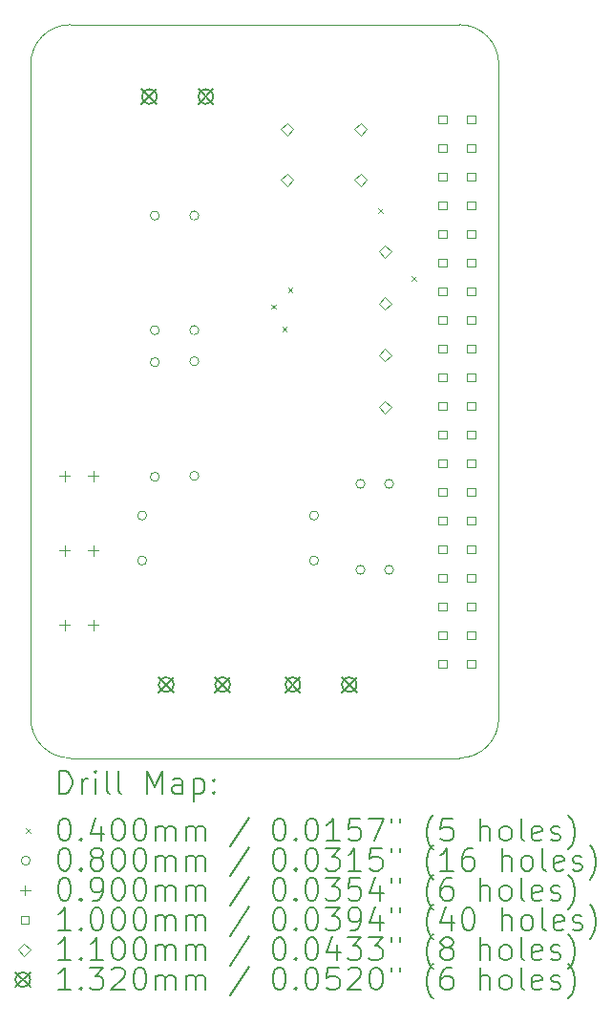
<source format=gbr>
%TF.GenerationSoftware,KiCad,Pcbnew,(6.0.7-1)-1*%
%TF.CreationDate,2022-10-15T14:16:28+02:00*%
%TF.ProjectId,PicoWeather,5069636f-5765-4617-9468-65722e6b6963,rev?*%
%TF.SameCoordinates,Original*%
%TF.FileFunction,Drillmap*%
%TF.FilePolarity,Positive*%
%FSLAX45Y45*%
G04 Gerber Fmt 4.5, Leading zero omitted, Abs format (unit mm)*
G04 Created by KiCad (PCBNEW (6.0.7-1)-1) date 2022-10-15 14:16:28*
%MOMM*%
%LPD*%
G01*
G04 APERTURE LIST*
%ADD10C,0.100000*%
%ADD11C,0.200000*%
%ADD12C,0.040000*%
%ADD13C,0.080000*%
%ADD14C,0.090000*%
%ADD15C,0.110000*%
%ADD16C,0.132000*%
G04 APERTURE END LIST*
D10*
X9650000Y-11500000D02*
G75*
G03*
X10000000Y-11150000I0J350000D01*
G01*
X10000000Y-5350000D02*
X10000000Y-11150000D01*
X5850000Y-11150000D02*
G75*
G03*
X6200000Y-11500000I350000J0D01*
G01*
X6200000Y-5000000D02*
G75*
G03*
X5850000Y-5350000I0J-350000D01*
G01*
X5850000Y-11150000D02*
X5850000Y-5350000D01*
X6200000Y-11500000D02*
X9650000Y-11500000D01*
X6200000Y-5000000D02*
X9650000Y-5000000D01*
X10000000Y-5350000D02*
G75*
G03*
X9650000Y-5000000I-350000J0D01*
G01*
D11*
D12*
X7980000Y-7480000D02*
X8020000Y-7520000D01*
X8020000Y-7480000D02*
X7980000Y-7520000D01*
X8080000Y-7680000D02*
X8120000Y-7720000D01*
X8120000Y-7680000D02*
X8080000Y-7720000D01*
X8130000Y-7330000D02*
X8170000Y-7370000D01*
X8170000Y-7330000D02*
X8130000Y-7370000D01*
X8930000Y-6630000D02*
X8970000Y-6670000D01*
X8970000Y-6630000D02*
X8930000Y-6670000D01*
X9230000Y-7230000D02*
X9270000Y-7270000D01*
X9270000Y-7230000D02*
X9230000Y-7270000D01*
D13*
X6878000Y-9350000D02*
G75*
G03*
X6878000Y-9350000I-40000J0D01*
G01*
X6878000Y-9750000D02*
G75*
G03*
X6878000Y-9750000I-40000J0D01*
G01*
X6990000Y-6692000D02*
G75*
G03*
X6990000Y-6692000I-40000J0D01*
G01*
X6990000Y-7708000D02*
G75*
G03*
X6990000Y-7708000I-40000J0D01*
G01*
X6990000Y-7992000D02*
G75*
G03*
X6990000Y-7992000I-40000J0D01*
G01*
X6990000Y-9008000D02*
G75*
G03*
X6990000Y-9008000I-40000J0D01*
G01*
X7340000Y-6692000D02*
G75*
G03*
X7340000Y-6692000I-40000J0D01*
G01*
X7340000Y-7708000D02*
G75*
G03*
X7340000Y-7708000I-40000J0D01*
G01*
X7340000Y-7984000D02*
G75*
G03*
X7340000Y-7984000I-40000J0D01*
G01*
X7340000Y-9000000D02*
G75*
G03*
X7340000Y-9000000I-40000J0D01*
G01*
X8402000Y-9350000D02*
G75*
G03*
X8402000Y-9350000I-40000J0D01*
G01*
X8402000Y-9750000D02*
G75*
G03*
X8402000Y-9750000I-40000J0D01*
G01*
X8813500Y-9070000D02*
G75*
G03*
X8813500Y-9070000I-40000J0D01*
G01*
X8813500Y-9832000D02*
G75*
G03*
X8813500Y-9832000I-40000J0D01*
G01*
X9067500Y-9070000D02*
G75*
G03*
X9067500Y-9070000I-40000J0D01*
G01*
X9067500Y-9832000D02*
G75*
G03*
X9067500Y-9832000I-40000J0D01*
G01*
D14*
X6150000Y-8955000D02*
X6150000Y-9045000D01*
X6105000Y-9000000D02*
X6195000Y-9000000D01*
X6150000Y-9615400D02*
X6150000Y-9705400D01*
X6105000Y-9660400D02*
X6195000Y-9660400D01*
X6150000Y-10275800D02*
X6150000Y-10365800D01*
X6105000Y-10320800D02*
X6195000Y-10320800D01*
X6404000Y-8955000D02*
X6404000Y-9045000D01*
X6359000Y-9000000D02*
X6449000Y-9000000D01*
X6404000Y-9615400D02*
X6404000Y-9705400D01*
X6359000Y-9660400D02*
X6449000Y-9660400D01*
X6404000Y-10275800D02*
X6404000Y-10365800D01*
X6359000Y-10320800D02*
X6449000Y-10320800D01*
D10*
X9535356Y-5874356D02*
X9535356Y-5803644D01*
X9464644Y-5803644D01*
X9464644Y-5874356D01*
X9535356Y-5874356D01*
X9535356Y-6128356D02*
X9535356Y-6057644D01*
X9464644Y-6057644D01*
X9464644Y-6128356D01*
X9535356Y-6128356D01*
X9535356Y-6382356D02*
X9535356Y-6311644D01*
X9464644Y-6311644D01*
X9464644Y-6382356D01*
X9535356Y-6382356D01*
X9535356Y-6636356D02*
X9535356Y-6565644D01*
X9464644Y-6565644D01*
X9464644Y-6636356D01*
X9535356Y-6636356D01*
X9535356Y-6890356D02*
X9535356Y-6819644D01*
X9464644Y-6819644D01*
X9464644Y-6890356D01*
X9535356Y-6890356D01*
X9535356Y-7144356D02*
X9535356Y-7073644D01*
X9464644Y-7073644D01*
X9464644Y-7144356D01*
X9535356Y-7144356D01*
X9535356Y-7398356D02*
X9535356Y-7327644D01*
X9464644Y-7327644D01*
X9464644Y-7398356D01*
X9535356Y-7398356D01*
X9535356Y-7652356D02*
X9535356Y-7581644D01*
X9464644Y-7581644D01*
X9464644Y-7652356D01*
X9535356Y-7652356D01*
X9535356Y-7906356D02*
X9535356Y-7835644D01*
X9464644Y-7835644D01*
X9464644Y-7906356D01*
X9535356Y-7906356D01*
X9535356Y-8160356D02*
X9535356Y-8089644D01*
X9464644Y-8089644D01*
X9464644Y-8160356D01*
X9535356Y-8160356D01*
X9535356Y-8414356D02*
X9535356Y-8343644D01*
X9464644Y-8343644D01*
X9464644Y-8414356D01*
X9535356Y-8414356D01*
X9535356Y-8668356D02*
X9535356Y-8597644D01*
X9464644Y-8597644D01*
X9464644Y-8668356D01*
X9535356Y-8668356D01*
X9535356Y-8922356D02*
X9535356Y-8851644D01*
X9464644Y-8851644D01*
X9464644Y-8922356D01*
X9535356Y-8922356D01*
X9535356Y-9176356D02*
X9535356Y-9105644D01*
X9464644Y-9105644D01*
X9464644Y-9176356D01*
X9535356Y-9176356D01*
X9535356Y-9430356D02*
X9535356Y-9359644D01*
X9464644Y-9359644D01*
X9464644Y-9430356D01*
X9535356Y-9430356D01*
X9535356Y-9684356D02*
X9535356Y-9613644D01*
X9464644Y-9613644D01*
X9464644Y-9684356D01*
X9535356Y-9684356D01*
X9535356Y-9938356D02*
X9535356Y-9867644D01*
X9464644Y-9867644D01*
X9464644Y-9938356D01*
X9535356Y-9938356D01*
X9535356Y-10192356D02*
X9535356Y-10121644D01*
X9464644Y-10121644D01*
X9464644Y-10192356D01*
X9535356Y-10192356D01*
X9535356Y-10446356D02*
X9535356Y-10375644D01*
X9464644Y-10375644D01*
X9464644Y-10446356D01*
X9535356Y-10446356D01*
X9535356Y-10700356D02*
X9535356Y-10629644D01*
X9464644Y-10629644D01*
X9464644Y-10700356D01*
X9535356Y-10700356D01*
X9789356Y-5874356D02*
X9789356Y-5803644D01*
X9718644Y-5803644D01*
X9718644Y-5874356D01*
X9789356Y-5874356D01*
X9789356Y-6128356D02*
X9789356Y-6057644D01*
X9718644Y-6057644D01*
X9718644Y-6128356D01*
X9789356Y-6128356D01*
X9789356Y-6382356D02*
X9789356Y-6311644D01*
X9718644Y-6311644D01*
X9718644Y-6382356D01*
X9789356Y-6382356D01*
X9789356Y-6636356D02*
X9789356Y-6565644D01*
X9718644Y-6565644D01*
X9718644Y-6636356D01*
X9789356Y-6636356D01*
X9789356Y-6890356D02*
X9789356Y-6819644D01*
X9718644Y-6819644D01*
X9718644Y-6890356D01*
X9789356Y-6890356D01*
X9789356Y-7144356D02*
X9789356Y-7073644D01*
X9718644Y-7073644D01*
X9718644Y-7144356D01*
X9789356Y-7144356D01*
X9789356Y-7398356D02*
X9789356Y-7327644D01*
X9718644Y-7327644D01*
X9718644Y-7398356D01*
X9789356Y-7398356D01*
X9789356Y-7652356D02*
X9789356Y-7581644D01*
X9718644Y-7581644D01*
X9718644Y-7652356D01*
X9789356Y-7652356D01*
X9789356Y-7906356D02*
X9789356Y-7835644D01*
X9718644Y-7835644D01*
X9718644Y-7906356D01*
X9789356Y-7906356D01*
X9789356Y-8160356D02*
X9789356Y-8089644D01*
X9718644Y-8089644D01*
X9718644Y-8160356D01*
X9789356Y-8160356D01*
X9789356Y-8414356D02*
X9789356Y-8343644D01*
X9718644Y-8343644D01*
X9718644Y-8414356D01*
X9789356Y-8414356D01*
X9789356Y-8668356D02*
X9789356Y-8597644D01*
X9718644Y-8597644D01*
X9718644Y-8668356D01*
X9789356Y-8668356D01*
X9789356Y-8922356D02*
X9789356Y-8851644D01*
X9718644Y-8851644D01*
X9718644Y-8922356D01*
X9789356Y-8922356D01*
X9789356Y-9176356D02*
X9789356Y-9105644D01*
X9718644Y-9105644D01*
X9718644Y-9176356D01*
X9789356Y-9176356D01*
X9789356Y-9430356D02*
X9789356Y-9359644D01*
X9718644Y-9359644D01*
X9718644Y-9430356D01*
X9789356Y-9430356D01*
X9789356Y-9684356D02*
X9789356Y-9613644D01*
X9718644Y-9613644D01*
X9718644Y-9684356D01*
X9789356Y-9684356D01*
X9789356Y-9938356D02*
X9789356Y-9867644D01*
X9718644Y-9867644D01*
X9718644Y-9938356D01*
X9789356Y-9938356D01*
X9789356Y-10192356D02*
X9789356Y-10121644D01*
X9718644Y-10121644D01*
X9718644Y-10192356D01*
X9789356Y-10192356D01*
X9789356Y-10446356D02*
X9789356Y-10375644D01*
X9718644Y-10375644D01*
X9718644Y-10446356D01*
X9789356Y-10446356D01*
X9789356Y-10700356D02*
X9789356Y-10629644D01*
X9718644Y-10629644D01*
X9718644Y-10700356D01*
X9789356Y-10700356D01*
D15*
X8125000Y-5980000D02*
X8180000Y-5925000D01*
X8125000Y-5870000D01*
X8070000Y-5925000D01*
X8125000Y-5980000D01*
X8125000Y-6430000D02*
X8180000Y-6375000D01*
X8125000Y-6320000D01*
X8070000Y-6375000D01*
X8125000Y-6430000D01*
X8775000Y-5980000D02*
X8830000Y-5925000D01*
X8775000Y-5870000D01*
X8720000Y-5925000D01*
X8775000Y-5980000D01*
X8775000Y-6430000D02*
X8830000Y-6375000D01*
X8775000Y-6320000D01*
X8720000Y-6375000D01*
X8775000Y-6430000D01*
X8992500Y-7065000D02*
X9047500Y-7010000D01*
X8992500Y-6955000D01*
X8937500Y-7010000D01*
X8992500Y-7065000D01*
X8992500Y-7525000D02*
X9047500Y-7470000D01*
X8992500Y-7415000D01*
X8937500Y-7470000D01*
X8992500Y-7525000D01*
X8992500Y-7985000D02*
X9047500Y-7930000D01*
X8992500Y-7875000D01*
X8937500Y-7930000D01*
X8992500Y-7985000D01*
X8992500Y-8445000D02*
X9047500Y-8390000D01*
X8992500Y-8335000D01*
X8937500Y-8390000D01*
X8992500Y-8445000D01*
D16*
X6834000Y-5571200D02*
X6966000Y-5703200D01*
X6966000Y-5571200D02*
X6834000Y-5703200D01*
X6966000Y-5637200D02*
G75*
G03*
X6966000Y-5637200I-66000J0D01*
G01*
X6984000Y-10784000D02*
X7116000Y-10916000D01*
X7116000Y-10784000D02*
X6984000Y-10916000D01*
X7116000Y-10850000D02*
G75*
G03*
X7116000Y-10850000I-66000J0D01*
G01*
X7334000Y-5571200D02*
X7466000Y-5703200D01*
X7466000Y-5571200D02*
X7334000Y-5703200D01*
X7466000Y-5637200D02*
G75*
G03*
X7466000Y-5637200I-66000J0D01*
G01*
X7484000Y-10784000D02*
X7616000Y-10916000D01*
X7616000Y-10784000D02*
X7484000Y-10916000D01*
X7616000Y-10850000D02*
G75*
G03*
X7616000Y-10850000I-66000J0D01*
G01*
X8107500Y-10784000D02*
X8239500Y-10916000D01*
X8239500Y-10784000D02*
X8107500Y-10916000D01*
X8239500Y-10850000D02*
G75*
G03*
X8239500Y-10850000I-66000J0D01*
G01*
X8607500Y-10784000D02*
X8739500Y-10916000D01*
X8739500Y-10784000D02*
X8607500Y-10916000D01*
X8739500Y-10850000D02*
G75*
G03*
X8739500Y-10850000I-66000J0D01*
G01*
D11*
X6102619Y-11815476D02*
X6102619Y-11615476D01*
X6150238Y-11615476D01*
X6178809Y-11625000D01*
X6197857Y-11644048D01*
X6207381Y-11663095D01*
X6216905Y-11701190D01*
X6216905Y-11729762D01*
X6207381Y-11767857D01*
X6197857Y-11786905D01*
X6178809Y-11805952D01*
X6150238Y-11815476D01*
X6102619Y-11815476D01*
X6302619Y-11815476D02*
X6302619Y-11682143D01*
X6302619Y-11720238D02*
X6312143Y-11701190D01*
X6321667Y-11691667D01*
X6340714Y-11682143D01*
X6359762Y-11682143D01*
X6426428Y-11815476D02*
X6426428Y-11682143D01*
X6426428Y-11615476D02*
X6416905Y-11625000D01*
X6426428Y-11634524D01*
X6435952Y-11625000D01*
X6426428Y-11615476D01*
X6426428Y-11634524D01*
X6550238Y-11815476D02*
X6531190Y-11805952D01*
X6521667Y-11786905D01*
X6521667Y-11615476D01*
X6655000Y-11815476D02*
X6635952Y-11805952D01*
X6626428Y-11786905D01*
X6626428Y-11615476D01*
X6883571Y-11815476D02*
X6883571Y-11615476D01*
X6950238Y-11758333D01*
X7016905Y-11615476D01*
X7016905Y-11815476D01*
X7197857Y-11815476D02*
X7197857Y-11710714D01*
X7188333Y-11691667D01*
X7169286Y-11682143D01*
X7131190Y-11682143D01*
X7112143Y-11691667D01*
X7197857Y-11805952D02*
X7178809Y-11815476D01*
X7131190Y-11815476D01*
X7112143Y-11805952D01*
X7102619Y-11786905D01*
X7102619Y-11767857D01*
X7112143Y-11748809D01*
X7131190Y-11739286D01*
X7178809Y-11739286D01*
X7197857Y-11729762D01*
X7293095Y-11682143D02*
X7293095Y-11882143D01*
X7293095Y-11691667D02*
X7312143Y-11682143D01*
X7350238Y-11682143D01*
X7369286Y-11691667D01*
X7378809Y-11701190D01*
X7388333Y-11720238D01*
X7388333Y-11777381D01*
X7378809Y-11796428D01*
X7369286Y-11805952D01*
X7350238Y-11815476D01*
X7312143Y-11815476D01*
X7293095Y-11805952D01*
X7474048Y-11796428D02*
X7483571Y-11805952D01*
X7474048Y-11815476D01*
X7464524Y-11805952D01*
X7474048Y-11796428D01*
X7474048Y-11815476D01*
X7474048Y-11691667D02*
X7483571Y-11701190D01*
X7474048Y-11710714D01*
X7464524Y-11701190D01*
X7474048Y-11691667D01*
X7474048Y-11710714D01*
D12*
X5805000Y-12125000D02*
X5845000Y-12165000D01*
X5845000Y-12125000D02*
X5805000Y-12165000D01*
D11*
X6140714Y-12035476D02*
X6159762Y-12035476D01*
X6178809Y-12045000D01*
X6188333Y-12054524D01*
X6197857Y-12073571D01*
X6207381Y-12111667D01*
X6207381Y-12159286D01*
X6197857Y-12197381D01*
X6188333Y-12216428D01*
X6178809Y-12225952D01*
X6159762Y-12235476D01*
X6140714Y-12235476D01*
X6121667Y-12225952D01*
X6112143Y-12216428D01*
X6102619Y-12197381D01*
X6093095Y-12159286D01*
X6093095Y-12111667D01*
X6102619Y-12073571D01*
X6112143Y-12054524D01*
X6121667Y-12045000D01*
X6140714Y-12035476D01*
X6293095Y-12216428D02*
X6302619Y-12225952D01*
X6293095Y-12235476D01*
X6283571Y-12225952D01*
X6293095Y-12216428D01*
X6293095Y-12235476D01*
X6474048Y-12102143D02*
X6474048Y-12235476D01*
X6426428Y-12025952D02*
X6378809Y-12168809D01*
X6502619Y-12168809D01*
X6616905Y-12035476D02*
X6635952Y-12035476D01*
X6655000Y-12045000D01*
X6664524Y-12054524D01*
X6674048Y-12073571D01*
X6683571Y-12111667D01*
X6683571Y-12159286D01*
X6674048Y-12197381D01*
X6664524Y-12216428D01*
X6655000Y-12225952D01*
X6635952Y-12235476D01*
X6616905Y-12235476D01*
X6597857Y-12225952D01*
X6588333Y-12216428D01*
X6578809Y-12197381D01*
X6569286Y-12159286D01*
X6569286Y-12111667D01*
X6578809Y-12073571D01*
X6588333Y-12054524D01*
X6597857Y-12045000D01*
X6616905Y-12035476D01*
X6807381Y-12035476D02*
X6826428Y-12035476D01*
X6845476Y-12045000D01*
X6855000Y-12054524D01*
X6864524Y-12073571D01*
X6874048Y-12111667D01*
X6874048Y-12159286D01*
X6864524Y-12197381D01*
X6855000Y-12216428D01*
X6845476Y-12225952D01*
X6826428Y-12235476D01*
X6807381Y-12235476D01*
X6788333Y-12225952D01*
X6778809Y-12216428D01*
X6769286Y-12197381D01*
X6759762Y-12159286D01*
X6759762Y-12111667D01*
X6769286Y-12073571D01*
X6778809Y-12054524D01*
X6788333Y-12045000D01*
X6807381Y-12035476D01*
X6959762Y-12235476D02*
X6959762Y-12102143D01*
X6959762Y-12121190D02*
X6969286Y-12111667D01*
X6988333Y-12102143D01*
X7016905Y-12102143D01*
X7035952Y-12111667D01*
X7045476Y-12130714D01*
X7045476Y-12235476D01*
X7045476Y-12130714D02*
X7055000Y-12111667D01*
X7074048Y-12102143D01*
X7102619Y-12102143D01*
X7121667Y-12111667D01*
X7131190Y-12130714D01*
X7131190Y-12235476D01*
X7226428Y-12235476D02*
X7226428Y-12102143D01*
X7226428Y-12121190D02*
X7235952Y-12111667D01*
X7255000Y-12102143D01*
X7283571Y-12102143D01*
X7302619Y-12111667D01*
X7312143Y-12130714D01*
X7312143Y-12235476D01*
X7312143Y-12130714D02*
X7321667Y-12111667D01*
X7340714Y-12102143D01*
X7369286Y-12102143D01*
X7388333Y-12111667D01*
X7397857Y-12130714D01*
X7397857Y-12235476D01*
X7788333Y-12025952D02*
X7616905Y-12283095D01*
X8045476Y-12035476D02*
X8064524Y-12035476D01*
X8083571Y-12045000D01*
X8093095Y-12054524D01*
X8102619Y-12073571D01*
X8112143Y-12111667D01*
X8112143Y-12159286D01*
X8102619Y-12197381D01*
X8093095Y-12216428D01*
X8083571Y-12225952D01*
X8064524Y-12235476D01*
X8045476Y-12235476D01*
X8026428Y-12225952D01*
X8016905Y-12216428D01*
X8007381Y-12197381D01*
X7997857Y-12159286D01*
X7997857Y-12111667D01*
X8007381Y-12073571D01*
X8016905Y-12054524D01*
X8026428Y-12045000D01*
X8045476Y-12035476D01*
X8197857Y-12216428D02*
X8207381Y-12225952D01*
X8197857Y-12235476D01*
X8188333Y-12225952D01*
X8197857Y-12216428D01*
X8197857Y-12235476D01*
X8331190Y-12035476D02*
X8350238Y-12035476D01*
X8369286Y-12045000D01*
X8378809Y-12054524D01*
X8388333Y-12073571D01*
X8397857Y-12111667D01*
X8397857Y-12159286D01*
X8388333Y-12197381D01*
X8378809Y-12216428D01*
X8369286Y-12225952D01*
X8350238Y-12235476D01*
X8331190Y-12235476D01*
X8312143Y-12225952D01*
X8302619Y-12216428D01*
X8293095Y-12197381D01*
X8283571Y-12159286D01*
X8283571Y-12111667D01*
X8293095Y-12073571D01*
X8302619Y-12054524D01*
X8312143Y-12045000D01*
X8331190Y-12035476D01*
X8588333Y-12235476D02*
X8474048Y-12235476D01*
X8531190Y-12235476D02*
X8531190Y-12035476D01*
X8512143Y-12064048D01*
X8493095Y-12083095D01*
X8474048Y-12092619D01*
X8769286Y-12035476D02*
X8674048Y-12035476D01*
X8664524Y-12130714D01*
X8674048Y-12121190D01*
X8693095Y-12111667D01*
X8740714Y-12111667D01*
X8759762Y-12121190D01*
X8769286Y-12130714D01*
X8778810Y-12149762D01*
X8778810Y-12197381D01*
X8769286Y-12216428D01*
X8759762Y-12225952D01*
X8740714Y-12235476D01*
X8693095Y-12235476D01*
X8674048Y-12225952D01*
X8664524Y-12216428D01*
X8845476Y-12035476D02*
X8978810Y-12035476D01*
X8893095Y-12235476D01*
X9045476Y-12035476D02*
X9045476Y-12073571D01*
X9121667Y-12035476D02*
X9121667Y-12073571D01*
X9416905Y-12311667D02*
X9407381Y-12302143D01*
X9388333Y-12273571D01*
X9378810Y-12254524D01*
X9369286Y-12225952D01*
X9359762Y-12178333D01*
X9359762Y-12140238D01*
X9369286Y-12092619D01*
X9378810Y-12064048D01*
X9388333Y-12045000D01*
X9407381Y-12016428D01*
X9416905Y-12006905D01*
X9588333Y-12035476D02*
X9493095Y-12035476D01*
X9483571Y-12130714D01*
X9493095Y-12121190D01*
X9512143Y-12111667D01*
X9559762Y-12111667D01*
X9578810Y-12121190D01*
X9588333Y-12130714D01*
X9597857Y-12149762D01*
X9597857Y-12197381D01*
X9588333Y-12216428D01*
X9578810Y-12225952D01*
X9559762Y-12235476D01*
X9512143Y-12235476D01*
X9493095Y-12225952D01*
X9483571Y-12216428D01*
X9835952Y-12235476D02*
X9835952Y-12035476D01*
X9921667Y-12235476D02*
X9921667Y-12130714D01*
X9912143Y-12111667D01*
X9893095Y-12102143D01*
X9864524Y-12102143D01*
X9845476Y-12111667D01*
X9835952Y-12121190D01*
X10045476Y-12235476D02*
X10026429Y-12225952D01*
X10016905Y-12216428D01*
X10007381Y-12197381D01*
X10007381Y-12140238D01*
X10016905Y-12121190D01*
X10026429Y-12111667D01*
X10045476Y-12102143D01*
X10074048Y-12102143D01*
X10093095Y-12111667D01*
X10102619Y-12121190D01*
X10112143Y-12140238D01*
X10112143Y-12197381D01*
X10102619Y-12216428D01*
X10093095Y-12225952D01*
X10074048Y-12235476D01*
X10045476Y-12235476D01*
X10226429Y-12235476D02*
X10207381Y-12225952D01*
X10197857Y-12206905D01*
X10197857Y-12035476D01*
X10378810Y-12225952D02*
X10359762Y-12235476D01*
X10321667Y-12235476D01*
X10302619Y-12225952D01*
X10293095Y-12206905D01*
X10293095Y-12130714D01*
X10302619Y-12111667D01*
X10321667Y-12102143D01*
X10359762Y-12102143D01*
X10378810Y-12111667D01*
X10388333Y-12130714D01*
X10388333Y-12149762D01*
X10293095Y-12168809D01*
X10464524Y-12225952D02*
X10483571Y-12235476D01*
X10521667Y-12235476D01*
X10540714Y-12225952D01*
X10550238Y-12206905D01*
X10550238Y-12197381D01*
X10540714Y-12178333D01*
X10521667Y-12168809D01*
X10493095Y-12168809D01*
X10474048Y-12159286D01*
X10464524Y-12140238D01*
X10464524Y-12130714D01*
X10474048Y-12111667D01*
X10493095Y-12102143D01*
X10521667Y-12102143D01*
X10540714Y-12111667D01*
X10616905Y-12311667D02*
X10626429Y-12302143D01*
X10645476Y-12273571D01*
X10655000Y-12254524D01*
X10664524Y-12225952D01*
X10674048Y-12178333D01*
X10674048Y-12140238D01*
X10664524Y-12092619D01*
X10655000Y-12064048D01*
X10645476Y-12045000D01*
X10626429Y-12016428D01*
X10616905Y-12006905D01*
D13*
X5845000Y-12409000D02*
G75*
G03*
X5845000Y-12409000I-40000J0D01*
G01*
D11*
X6140714Y-12299476D02*
X6159762Y-12299476D01*
X6178809Y-12309000D01*
X6188333Y-12318524D01*
X6197857Y-12337571D01*
X6207381Y-12375667D01*
X6207381Y-12423286D01*
X6197857Y-12461381D01*
X6188333Y-12480428D01*
X6178809Y-12489952D01*
X6159762Y-12499476D01*
X6140714Y-12499476D01*
X6121667Y-12489952D01*
X6112143Y-12480428D01*
X6102619Y-12461381D01*
X6093095Y-12423286D01*
X6093095Y-12375667D01*
X6102619Y-12337571D01*
X6112143Y-12318524D01*
X6121667Y-12309000D01*
X6140714Y-12299476D01*
X6293095Y-12480428D02*
X6302619Y-12489952D01*
X6293095Y-12499476D01*
X6283571Y-12489952D01*
X6293095Y-12480428D01*
X6293095Y-12499476D01*
X6416905Y-12385190D02*
X6397857Y-12375667D01*
X6388333Y-12366143D01*
X6378809Y-12347095D01*
X6378809Y-12337571D01*
X6388333Y-12318524D01*
X6397857Y-12309000D01*
X6416905Y-12299476D01*
X6455000Y-12299476D01*
X6474048Y-12309000D01*
X6483571Y-12318524D01*
X6493095Y-12337571D01*
X6493095Y-12347095D01*
X6483571Y-12366143D01*
X6474048Y-12375667D01*
X6455000Y-12385190D01*
X6416905Y-12385190D01*
X6397857Y-12394714D01*
X6388333Y-12404238D01*
X6378809Y-12423286D01*
X6378809Y-12461381D01*
X6388333Y-12480428D01*
X6397857Y-12489952D01*
X6416905Y-12499476D01*
X6455000Y-12499476D01*
X6474048Y-12489952D01*
X6483571Y-12480428D01*
X6493095Y-12461381D01*
X6493095Y-12423286D01*
X6483571Y-12404238D01*
X6474048Y-12394714D01*
X6455000Y-12385190D01*
X6616905Y-12299476D02*
X6635952Y-12299476D01*
X6655000Y-12309000D01*
X6664524Y-12318524D01*
X6674048Y-12337571D01*
X6683571Y-12375667D01*
X6683571Y-12423286D01*
X6674048Y-12461381D01*
X6664524Y-12480428D01*
X6655000Y-12489952D01*
X6635952Y-12499476D01*
X6616905Y-12499476D01*
X6597857Y-12489952D01*
X6588333Y-12480428D01*
X6578809Y-12461381D01*
X6569286Y-12423286D01*
X6569286Y-12375667D01*
X6578809Y-12337571D01*
X6588333Y-12318524D01*
X6597857Y-12309000D01*
X6616905Y-12299476D01*
X6807381Y-12299476D02*
X6826428Y-12299476D01*
X6845476Y-12309000D01*
X6855000Y-12318524D01*
X6864524Y-12337571D01*
X6874048Y-12375667D01*
X6874048Y-12423286D01*
X6864524Y-12461381D01*
X6855000Y-12480428D01*
X6845476Y-12489952D01*
X6826428Y-12499476D01*
X6807381Y-12499476D01*
X6788333Y-12489952D01*
X6778809Y-12480428D01*
X6769286Y-12461381D01*
X6759762Y-12423286D01*
X6759762Y-12375667D01*
X6769286Y-12337571D01*
X6778809Y-12318524D01*
X6788333Y-12309000D01*
X6807381Y-12299476D01*
X6959762Y-12499476D02*
X6959762Y-12366143D01*
X6959762Y-12385190D02*
X6969286Y-12375667D01*
X6988333Y-12366143D01*
X7016905Y-12366143D01*
X7035952Y-12375667D01*
X7045476Y-12394714D01*
X7045476Y-12499476D01*
X7045476Y-12394714D02*
X7055000Y-12375667D01*
X7074048Y-12366143D01*
X7102619Y-12366143D01*
X7121667Y-12375667D01*
X7131190Y-12394714D01*
X7131190Y-12499476D01*
X7226428Y-12499476D02*
X7226428Y-12366143D01*
X7226428Y-12385190D02*
X7235952Y-12375667D01*
X7255000Y-12366143D01*
X7283571Y-12366143D01*
X7302619Y-12375667D01*
X7312143Y-12394714D01*
X7312143Y-12499476D01*
X7312143Y-12394714D02*
X7321667Y-12375667D01*
X7340714Y-12366143D01*
X7369286Y-12366143D01*
X7388333Y-12375667D01*
X7397857Y-12394714D01*
X7397857Y-12499476D01*
X7788333Y-12289952D02*
X7616905Y-12547095D01*
X8045476Y-12299476D02*
X8064524Y-12299476D01*
X8083571Y-12309000D01*
X8093095Y-12318524D01*
X8102619Y-12337571D01*
X8112143Y-12375667D01*
X8112143Y-12423286D01*
X8102619Y-12461381D01*
X8093095Y-12480428D01*
X8083571Y-12489952D01*
X8064524Y-12499476D01*
X8045476Y-12499476D01*
X8026428Y-12489952D01*
X8016905Y-12480428D01*
X8007381Y-12461381D01*
X7997857Y-12423286D01*
X7997857Y-12375667D01*
X8007381Y-12337571D01*
X8016905Y-12318524D01*
X8026428Y-12309000D01*
X8045476Y-12299476D01*
X8197857Y-12480428D02*
X8207381Y-12489952D01*
X8197857Y-12499476D01*
X8188333Y-12489952D01*
X8197857Y-12480428D01*
X8197857Y-12499476D01*
X8331190Y-12299476D02*
X8350238Y-12299476D01*
X8369286Y-12309000D01*
X8378809Y-12318524D01*
X8388333Y-12337571D01*
X8397857Y-12375667D01*
X8397857Y-12423286D01*
X8388333Y-12461381D01*
X8378809Y-12480428D01*
X8369286Y-12489952D01*
X8350238Y-12499476D01*
X8331190Y-12499476D01*
X8312143Y-12489952D01*
X8302619Y-12480428D01*
X8293095Y-12461381D01*
X8283571Y-12423286D01*
X8283571Y-12375667D01*
X8293095Y-12337571D01*
X8302619Y-12318524D01*
X8312143Y-12309000D01*
X8331190Y-12299476D01*
X8464524Y-12299476D02*
X8588333Y-12299476D01*
X8521667Y-12375667D01*
X8550238Y-12375667D01*
X8569286Y-12385190D01*
X8578810Y-12394714D01*
X8588333Y-12413762D01*
X8588333Y-12461381D01*
X8578810Y-12480428D01*
X8569286Y-12489952D01*
X8550238Y-12499476D01*
X8493095Y-12499476D01*
X8474048Y-12489952D01*
X8464524Y-12480428D01*
X8778810Y-12499476D02*
X8664524Y-12499476D01*
X8721667Y-12499476D02*
X8721667Y-12299476D01*
X8702619Y-12328048D01*
X8683571Y-12347095D01*
X8664524Y-12356619D01*
X8959762Y-12299476D02*
X8864524Y-12299476D01*
X8855000Y-12394714D01*
X8864524Y-12385190D01*
X8883571Y-12375667D01*
X8931190Y-12375667D01*
X8950238Y-12385190D01*
X8959762Y-12394714D01*
X8969286Y-12413762D01*
X8969286Y-12461381D01*
X8959762Y-12480428D01*
X8950238Y-12489952D01*
X8931190Y-12499476D01*
X8883571Y-12499476D01*
X8864524Y-12489952D01*
X8855000Y-12480428D01*
X9045476Y-12299476D02*
X9045476Y-12337571D01*
X9121667Y-12299476D02*
X9121667Y-12337571D01*
X9416905Y-12575667D02*
X9407381Y-12566143D01*
X9388333Y-12537571D01*
X9378810Y-12518524D01*
X9369286Y-12489952D01*
X9359762Y-12442333D01*
X9359762Y-12404238D01*
X9369286Y-12356619D01*
X9378810Y-12328048D01*
X9388333Y-12309000D01*
X9407381Y-12280428D01*
X9416905Y-12270905D01*
X9597857Y-12499476D02*
X9483571Y-12499476D01*
X9540714Y-12499476D02*
X9540714Y-12299476D01*
X9521667Y-12328048D01*
X9502619Y-12347095D01*
X9483571Y-12356619D01*
X9769286Y-12299476D02*
X9731190Y-12299476D01*
X9712143Y-12309000D01*
X9702619Y-12318524D01*
X9683571Y-12347095D01*
X9674048Y-12385190D01*
X9674048Y-12461381D01*
X9683571Y-12480428D01*
X9693095Y-12489952D01*
X9712143Y-12499476D01*
X9750238Y-12499476D01*
X9769286Y-12489952D01*
X9778810Y-12480428D01*
X9788333Y-12461381D01*
X9788333Y-12413762D01*
X9778810Y-12394714D01*
X9769286Y-12385190D01*
X9750238Y-12375667D01*
X9712143Y-12375667D01*
X9693095Y-12385190D01*
X9683571Y-12394714D01*
X9674048Y-12413762D01*
X10026429Y-12499476D02*
X10026429Y-12299476D01*
X10112143Y-12499476D02*
X10112143Y-12394714D01*
X10102619Y-12375667D01*
X10083571Y-12366143D01*
X10055000Y-12366143D01*
X10035952Y-12375667D01*
X10026429Y-12385190D01*
X10235952Y-12499476D02*
X10216905Y-12489952D01*
X10207381Y-12480428D01*
X10197857Y-12461381D01*
X10197857Y-12404238D01*
X10207381Y-12385190D01*
X10216905Y-12375667D01*
X10235952Y-12366143D01*
X10264524Y-12366143D01*
X10283571Y-12375667D01*
X10293095Y-12385190D01*
X10302619Y-12404238D01*
X10302619Y-12461381D01*
X10293095Y-12480428D01*
X10283571Y-12489952D01*
X10264524Y-12499476D01*
X10235952Y-12499476D01*
X10416905Y-12499476D02*
X10397857Y-12489952D01*
X10388333Y-12470905D01*
X10388333Y-12299476D01*
X10569286Y-12489952D02*
X10550238Y-12499476D01*
X10512143Y-12499476D01*
X10493095Y-12489952D01*
X10483571Y-12470905D01*
X10483571Y-12394714D01*
X10493095Y-12375667D01*
X10512143Y-12366143D01*
X10550238Y-12366143D01*
X10569286Y-12375667D01*
X10578810Y-12394714D01*
X10578810Y-12413762D01*
X10483571Y-12432809D01*
X10655000Y-12489952D02*
X10674048Y-12499476D01*
X10712143Y-12499476D01*
X10731190Y-12489952D01*
X10740714Y-12470905D01*
X10740714Y-12461381D01*
X10731190Y-12442333D01*
X10712143Y-12432809D01*
X10683571Y-12432809D01*
X10664524Y-12423286D01*
X10655000Y-12404238D01*
X10655000Y-12394714D01*
X10664524Y-12375667D01*
X10683571Y-12366143D01*
X10712143Y-12366143D01*
X10731190Y-12375667D01*
X10807381Y-12575667D02*
X10816905Y-12566143D01*
X10835952Y-12537571D01*
X10845476Y-12518524D01*
X10855000Y-12489952D01*
X10864524Y-12442333D01*
X10864524Y-12404238D01*
X10855000Y-12356619D01*
X10845476Y-12328048D01*
X10835952Y-12309000D01*
X10816905Y-12280428D01*
X10807381Y-12270905D01*
D14*
X5800000Y-12628000D02*
X5800000Y-12718000D01*
X5755000Y-12673000D02*
X5845000Y-12673000D01*
D11*
X6140714Y-12563476D02*
X6159762Y-12563476D01*
X6178809Y-12573000D01*
X6188333Y-12582524D01*
X6197857Y-12601571D01*
X6207381Y-12639667D01*
X6207381Y-12687286D01*
X6197857Y-12725381D01*
X6188333Y-12744428D01*
X6178809Y-12753952D01*
X6159762Y-12763476D01*
X6140714Y-12763476D01*
X6121667Y-12753952D01*
X6112143Y-12744428D01*
X6102619Y-12725381D01*
X6093095Y-12687286D01*
X6093095Y-12639667D01*
X6102619Y-12601571D01*
X6112143Y-12582524D01*
X6121667Y-12573000D01*
X6140714Y-12563476D01*
X6293095Y-12744428D02*
X6302619Y-12753952D01*
X6293095Y-12763476D01*
X6283571Y-12753952D01*
X6293095Y-12744428D01*
X6293095Y-12763476D01*
X6397857Y-12763476D02*
X6435952Y-12763476D01*
X6455000Y-12753952D01*
X6464524Y-12744428D01*
X6483571Y-12715857D01*
X6493095Y-12677762D01*
X6493095Y-12601571D01*
X6483571Y-12582524D01*
X6474048Y-12573000D01*
X6455000Y-12563476D01*
X6416905Y-12563476D01*
X6397857Y-12573000D01*
X6388333Y-12582524D01*
X6378809Y-12601571D01*
X6378809Y-12649190D01*
X6388333Y-12668238D01*
X6397857Y-12677762D01*
X6416905Y-12687286D01*
X6455000Y-12687286D01*
X6474048Y-12677762D01*
X6483571Y-12668238D01*
X6493095Y-12649190D01*
X6616905Y-12563476D02*
X6635952Y-12563476D01*
X6655000Y-12573000D01*
X6664524Y-12582524D01*
X6674048Y-12601571D01*
X6683571Y-12639667D01*
X6683571Y-12687286D01*
X6674048Y-12725381D01*
X6664524Y-12744428D01*
X6655000Y-12753952D01*
X6635952Y-12763476D01*
X6616905Y-12763476D01*
X6597857Y-12753952D01*
X6588333Y-12744428D01*
X6578809Y-12725381D01*
X6569286Y-12687286D01*
X6569286Y-12639667D01*
X6578809Y-12601571D01*
X6588333Y-12582524D01*
X6597857Y-12573000D01*
X6616905Y-12563476D01*
X6807381Y-12563476D02*
X6826428Y-12563476D01*
X6845476Y-12573000D01*
X6855000Y-12582524D01*
X6864524Y-12601571D01*
X6874048Y-12639667D01*
X6874048Y-12687286D01*
X6864524Y-12725381D01*
X6855000Y-12744428D01*
X6845476Y-12753952D01*
X6826428Y-12763476D01*
X6807381Y-12763476D01*
X6788333Y-12753952D01*
X6778809Y-12744428D01*
X6769286Y-12725381D01*
X6759762Y-12687286D01*
X6759762Y-12639667D01*
X6769286Y-12601571D01*
X6778809Y-12582524D01*
X6788333Y-12573000D01*
X6807381Y-12563476D01*
X6959762Y-12763476D02*
X6959762Y-12630143D01*
X6959762Y-12649190D02*
X6969286Y-12639667D01*
X6988333Y-12630143D01*
X7016905Y-12630143D01*
X7035952Y-12639667D01*
X7045476Y-12658714D01*
X7045476Y-12763476D01*
X7045476Y-12658714D02*
X7055000Y-12639667D01*
X7074048Y-12630143D01*
X7102619Y-12630143D01*
X7121667Y-12639667D01*
X7131190Y-12658714D01*
X7131190Y-12763476D01*
X7226428Y-12763476D02*
X7226428Y-12630143D01*
X7226428Y-12649190D02*
X7235952Y-12639667D01*
X7255000Y-12630143D01*
X7283571Y-12630143D01*
X7302619Y-12639667D01*
X7312143Y-12658714D01*
X7312143Y-12763476D01*
X7312143Y-12658714D02*
X7321667Y-12639667D01*
X7340714Y-12630143D01*
X7369286Y-12630143D01*
X7388333Y-12639667D01*
X7397857Y-12658714D01*
X7397857Y-12763476D01*
X7788333Y-12553952D02*
X7616905Y-12811095D01*
X8045476Y-12563476D02*
X8064524Y-12563476D01*
X8083571Y-12573000D01*
X8093095Y-12582524D01*
X8102619Y-12601571D01*
X8112143Y-12639667D01*
X8112143Y-12687286D01*
X8102619Y-12725381D01*
X8093095Y-12744428D01*
X8083571Y-12753952D01*
X8064524Y-12763476D01*
X8045476Y-12763476D01*
X8026428Y-12753952D01*
X8016905Y-12744428D01*
X8007381Y-12725381D01*
X7997857Y-12687286D01*
X7997857Y-12639667D01*
X8007381Y-12601571D01*
X8016905Y-12582524D01*
X8026428Y-12573000D01*
X8045476Y-12563476D01*
X8197857Y-12744428D02*
X8207381Y-12753952D01*
X8197857Y-12763476D01*
X8188333Y-12753952D01*
X8197857Y-12744428D01*
X8197857Y-12763476D01*
X8331190Y-12563476D02*
X8350238Y-12563476D01*
X8369286Y-12573000D01*
X8378809Y-12582524D01*
X8388333Y-12601571D01*
X8397857Y-12639667D01*
X8397857Y-12687286D01*
X8388333Y-12725381D01*
X8378809Y-12744428D01*
X8369286Y-12753952D01*
X8350238Y-12763476D01*
X8331190Y-12763476D01*
X8312143Y-12753952D01*
X8302619Y-12744428D01*
X8293095Y-12725381D01*
X8283571Y-12687286D01*
X8283571Y-12639667D01*
X8293095Y-12601571D01*
X8302619Y-12582524D01*
X8312143Y-12573000D01*
X8331190Y-12563476D01*
X8464524Y-12563476D02*
X8588333Y-12563476D01*
X8521667Y-12639667D01*
X8550238Y-12639667D01*
X8569286Y-12649190D01*
X8578810Y-12658714D01*
X8588333Y-12677762D01*
X8588333Y-12725381D01*
X8578810Y-12744428D01*
X8569286Y-12753952D01*
X8550238Y-12763476D01*
X8493095Y-12763476D01*
X8474048Y-12753952D01*
X8464524Y-12744428D01*
X8769286Y-12563476D02*
X8674048Y-12563476D01*
X8664524Y-12658714D01*
X8674048Y-12649190D01*
X8693095Y-12639667D01*
X8740714Y-12639667D01*
X8759762Y-12649190D01*
X8769286Y-12658714D01*
X8778810Y-12677762D01*
X8778810Y-12725381D01*
X8769286Y-12744428D01*
X8759762Y-12753952D01*
X8740714Y-12763476D01*
X8693095Y-12763476D01*
X8674048Y-12753952D01*
X8664524Y-12744428D01*
X8950238Y-12630143D02*
X8950238Y-12763476D01*
X8902619Y-12553952D02*
X8855000Y-12696809D01*
X8978810Y-12696809D01*
X9045476Y-12563476D02*
X9045476Y-12601571D01*
X9121667Y-12563476D02*
X9121667Y-12601571D01*
X9416905Y-12839667D02*
X9407381Y-12830143D01*
X9388333Y-12801571D01*
X9378810Y-12782524D01*
X9369286Y-12753952D01*
X9359762Y-12706333D01*
X9359762Y-12668238D01*
X9369286Y-12620619D01*
X9378810Y-12592048D01*
X9388333Y-12573000D01*
X9407381Y-12544428D01*
X9416905Y-12534905D01*
X9578810Y-12563476D02*
X9540714Y-12563476D01*
X9521667Y-12573000D01*
X9512143Y-12582524D01*
X9493095Y-12611095D01*
X9483571Y-12649190D01*
X9483571Y-12725381D01*
X9493095Y-12744428D01*
X9502619Y-12753952D01*
X9521667Y-12763476D01*
X9559762Y-12763476D01*
X9578810Y-12753952D01*
X9588333Y-12744428D01*
X9597857Y-12725381D01*
X9597857Y-12677762D01*
X9588333Y-12658714D01*
X9578810Y-12649190D01*
X9559762Y-12639667D01*
X9521667Y-12639667D01*
X9502619Y-12649190D01*
X9493095Y-12658714D01*
X9483571Y-12677762D01*
X9835952Y-12763476D02*
X9835952Y-12563476D01*
X9921667Y-12763476D02*
X9921667Y-12658714D01*
X9912143Y-12639667D01*
X9893095Y-12630143D01*
X9864524Y-12630143D01*
X9845476Y-12639667D01*
X9835952Y-12649190D01*
X10045476Y-12763476D02*
X10026429Y-12753952D01*
X10016905Y-12744428D01*
X10007381Y-12725381D01*
X10007381Y-12668238D01*
X10016905Y-12649190D01*
X10026429Y-12639667D01*
X10045476Y-12630143D01*
X10074048Y-12630143D01*
X10093095Y-12639667D01*
X10102619Y-12649190D01*
X10112143Y-12668238D01*
X10112143Y-12725381D01*
X10102619Y-12744428D01*
X10093095Y-12753952D01*
X10074048Y-12763476D01*
X10045476Y-12763476D01*
X10226429Y-12763476D02*
X10207381Y-12753952D01*
X10197857Y-12734905D01*
X10197857Y-12563476D01*
X10378810Y-12753952D02*
X10359762Y-12763476D01*
X10321667Y-12763476D01*
X10302619Y-12753952D01*
X10293095Y-12734905D01*
X10293095Y-12658714D01*
X10302619Y-12639667D01*
X10321667Y-12630143D01*
X10359762Y-12630143D01*
X10378810Y-12639667D01*
X10388333Y-12658714D01*
X10388333Y-12677762D01*
X10293095Y-12696809D01*
X10464524Y-12753952D02*
X10483571Y-12763476D01*
X10521667Y-12763476D01*
X10540714Y-12753952D01*
X10550238Y-12734905D01*
X10550238Y-12725381D01*
X10540714Y-12706333D01*
X10521667Y-12696809D01*
X10493095Y-12696809D01*
X10474048Y-12687286D01*
X10464524Y-12668238D01*
X10464524Y-12658714D01*
X10474048Y-12639667D01*
X10493095Y-12630143D01*
X10521667Y-12630143D01*
X10540714Y-12639667D01*
X10616905Y-12839667D02*
X10626429Y-12830143D01*
X10645476Y-12801571D01*
X10655000Y-12782524D01*
X10664524Y-12753952D01*
X10674048Y-12706333D01*
X10674048Y-12668238D01*
X10664524Y-12620619D01*
X10655000Y-12592048D01*
X10645476Y-12573000D01*
X10626429Y-12544428D01*
X10616905Y-12534905D01*
D10*
X5830356Y-12972356D02*
X5830356Y-12901644D01*
X5759644Y-12901644D01*
X5759644Y-12972356D01*
X5830356Y-12972356D01*
D11*
X6207381Y-13027476D02*
X6093095Y-13027476D01*
X6150238Y-13027476D02*
X6150238Y-12827476D01*
X6131190Y-12856048D01*
X6112143Y-12875095D01*
X6093095Y-12884619D01*
X6293095Y-13008428D02*
X6302619Y-13017952D01*
X6293095Y-13027476D01*
X6283571Y-13017952D01*
X6293095Y-13008428D01*
X6293095Y-13027476D01*
X6426428Y-12827476D02*
X6445476Y-12827476D01*
X6464524Y-12837000D01*
X6474048Y-12846524D01*
X6483571Y-12865571D01*
X6493095Y-12903667D01*
X6493095Y-12951286D01*
X6483571Y-12989381D01*
X6474048Y-13008428D01*
X6464524Y-13017952D01*
X6445476Y-13027476D01*
X6426428Y-13027476D01*
X6407381Y-13017952D01*
X6397857Y-13008428D01*
X6388333Y-12989381D01*
X6378809Y-12951286D01*
X6378809Y-12903667D01*
X6388333Y-12865571D01*
X6397857Y-12846524D01*
X6407381Y-12837000D01*
X6426428Y-12827476D01*
X6616905Y-12827476D02*
X6635952Y-12827476D01*
X6655000Y-12837000D01*
X6664524Y-12846524D01*
X6674048Y-12865571D01*
X6683571Y-12903667D01*
X6683571Y-12951286D01*
X6674048Y-12989381D01*
X6664524Y-13008428D01*
X6655000Y-13017952D01*
X6635952Y-13027476D01*
X6616905Y-13027476D01*
X6597857Y-13017952D01*
X6588333Y-13008428D01*
X6578809Y-12989381D01*
X6569286Y-12951286D01*
X6569286Y-12903667D01*
X6578809Y-12865571D01*
X6588333Y-12846524D01*
X6597857Y-12837000D01*
X6616905Y-12827476D01*
X6807381Y-12827476D02*
X6826428Y-12827476D01*
X6845476Y-12837000D01*
X6855000Y-12846524D01*
X6864524Y-12865571D01*
X6874048Y-12903667D01*
X6874048Y-12951286D01*
X6864524Y-12989381D01*
X6855000Y-13008428D01*
X6845476Y-13017952D01*
X6826428Y-13027476D01*
X6807381Y-13027476D01*
X6788333Y-13017952D01*
X6778809Y-13008428D01*
X6769286Y-12989381D01*
X6759762Y-12951286D01*
X6759762Y-12903667D01*
X6769286Y-12865571D01*
X6778809Y-12846524D01*
X6788333Y-12837000D01*
X6807381Y-12827476D01*
X6959762Y-13027476D02*
X6959762Y-12894143D01*
X6959762Y-12913190D02*
X6969286Y-12903667D01*
X6988333Y-12894143D01*
X7016905Y-12894143D01*
X7035952Y-12903667D01*
X7045476Y-12922714D01*
X7045476Y-13027476D01*
X7045476Y-12922714D02*
X7055000Y-12903667D01*
X7074048Y-12894143D01*
X7102619Y-12894143D01*
X7121667Y-12903667D01*
X7131190Y-12922714D01*
X7131190Y-13027476D01*
X7226428Y-13027476D02*
X7226428Y-12894143D01*
X7226428Y-12913190D02*
X7235952Y-12903667D01*
X7255000Y-12894143D01*
X7283571Y-12894143D01*
X7302619Y-12903667D01*
X7312143Y-12922714D01*
X7312143Y-13027476D01*
X7312143Y-12922714D02*
X7321667Y-12903667D01*
X7340714Y-12894143D01*
X7369286Y-12894143D01*
X7388333Y-12903667D01*
X7397857Y-12922714D01*
X7397857Y-13027476D01*
X7788333Y-12817952D02*
X7616905Y-13075095D01*
X8045476Y-12827476D02*
X8064524Y-12827476D01*
X8083571Y-12837000D01*
X8093095Y-12846524D01*
X8102619Y-12865571D01*
X8112143Y-12903667D01*
X8112143Y-12951286D01*
X8102619Y-12989381D01*
X8093095Y-13008428D01*
X8083571Y-13017952D01*
X8064524Y-13027476D01*
X8045476Y-13027476D01*
X8026428Y-13017952D01*
X8016905Y-13008428D01*
X8007381Y-12989381D01*
X7997857Y-12951286D01*
X7997857Y-12903667D01*
X8007381Y-12865571D01*
X8016905Y-12846524D01*
X8026428Y-12837000D01*
X8045476Y-12827476D01*
X8197857Y-13008428D02*
X8207381Y-13017952D01*
X8197857Y-13027476D01*
X8188333Y-13017952D01*
X8197857Y-13008428D01*
X8197857Y-13027476D01*
X8331190Y-12827476D02*
X8350238Y-12827476D01*
X8369286Y-12837000D01*
X8378809Y-12846524D01*
X8388333Y-12865571D01*
X8397857Y-12903667D01*
X8397857Y-12951286D01*
X8388333Y-12989381D01*
X8378809Y-13008428D01*
X8369286Y-13017952D01*
X8350238Y-13027476D01*
X8331190Y-13027476D01*
X8312143Y-13017952D01*
X8302619Y-13008428D01*
X8293095Y-12989381D01*
X8283571Y-12951286D01*
X8283571Y-12903667D01*
X8293095Y-12865571D01*
X8302619Y-12846524D01*
X8312143Y-12837000D01*
X8331190Y-12827476D01*
X8464524Y-12827476D02*
X8588333Y-12827476D01*
X8521667Y-12903667D01*
X8550238Y-12903667D01*
X8569286Y-12913190D01*
X8578810Y-12922714D01*
X8588333Y-12941762D01*
X8588333Y-12989381D01*
X8578810Y-13008428D01*
X8569286Y-13017952D01*
X8550238Y-13027476D01*
X8493095Y-13027476D01*
X8474048Y-13017952D01*
X8464524Y-13008428D01*
X8683571Y-13027476D02*
X8721667Y-13027476D01*
X8740714Y-13017952D01*
X8750238Y-13008428D01*
X8769286Y-12979857D01*
X8778810Y-12941762D01*
X8778810Y-12865571D01*
X8769286Y-12846524D01*
X8759762Y-12837000D01*
X8740714Y-12827476D01*
X8702619Y-12827476D01*
X8683571Y-12837000D01*
X8674048Y-12846524D01*
X8664524Y-12865571D01*
X8664524Y-12913190D01*
X8674048Y-12932238D01*
X8683571Y-12941762D01*
X8702619Y-12951286D01*
X8740714Y-12951286D01*
X8759762Y-12941762D01*
X8769286Y-12932238D01*
X8778810Y-12913190D01*
X8950238Y-12894143D02*
X8950238Y-13027476D01*
X8902619Y-12817952D02*
X8855000Y-12960809D01*
X8978810Y-12960809D01*
X9045476Y-12827476D02*
X9045476Y-12865571D01*
X9121667Y-12827476D02*
X9121667Y-12865571D01*
X9416905Y-13103667D02*
X9407381Y-13094143D01*
X9388333Y-13065571D01*
X9378810Y-13046524D01*
X9369286Y-13017952D01*
X9359762Y-12970333D01*
X9359762Y-12932238D01*
X9369286Y-12884619D01*
X9378810Y-12856048D01*
X9388333Y-12837000D01*
X9407381Y-12808428D01*
X9416905Y-12798905D01*
X9578810Y-12894143D02*
X9578810Y-13027476D01*
X9531190Y-12817952D02*
X9483571Y-12960809D01*
X9607381Y-12960809D01*
X9721667Y-12827476D02*
X9740714Y-12827476D01*
X9759762Y-12837000D01*
X9769286Y-12846524D01*
X9778810Y-12865571D01*
X9788333Y-12903667D01*
X9788333Y-12951286D01*
X9778810Y-12989381D01*
X9769286Y-13008428D01*
X9759762Y-13017952D01*
X9740714Y-13027476D01*
X9721667Y-13027476D01*
X9702619Y-13017952D01*
X9693095Y-13008428D01*
X9683571Y-12989381D01*
X9674048Y-12951286D01*
X9674048Y-12903667D01*
X9683571Y-12865571D01*
X9693095Y-12846524D01*
X9702619Y-12837000D01*
X9721667Y-12827476D01*
X10026429Y-13027476D02*
X10026429Y-12827476D01*
X10112143Y-13027476D02*
X10112143Y-12922714D01*
X10102619Y-12903667D01*
X10083571Y-12894143D01*
X10055000Y-12894143D01*
X10035952Y-12903667D01*
X10026429Y-12913190D01*
X10235952Y-13027476D02*
X10216905Y-13017952D01*
X10207381Y-13008428D01*
X10197857Y-12989381D01*
X10197857Y-12932238D01*
X10207381Y-12913190D01*
X10216905Y-12903667D01*
X10235952Y-12894143D01*
X10264524Y-12894143D01*
X10283571Y-12903667D01*
X10293095Y-12913190D01*
X10302619Y-12932238D01*
X10302619Y-12989381D01*
X10293095Y-13008428D01*
X10283571Y-13017952D01*
X10264524Y-13027476D01*
X10235952Y-13027476D01*
X10416905Y-13027476D02*
X10397857Y-13017952D01*
X10388333Y-12998905D01*
X10388333Y-12827476D01*
X10569286Y-13017952D02*
X10550238Y-13027476D01*
X10512143Y-13027476D01*
X10493095Y-13017952D01*
X10483571Y-12998905D01*
X10483571Y-12922714D01*
X10493095Y-12903667D01*
X10512143Y-12894143D01*
X10550238Y-12894143D01*
X10569286Y-12903667D01*
X10578810Y-12922714D01*
X10578810Y-12941762D01*
X10483571Y-12960809D01*
X10655000Y-13017952D02*
X10674048Y-13027476D01*
X10712143Y-13027476D01*
X10731190Y-13017952D01*
X10740714Y-12998905D01*
X10740714Y-12989381D01*
X10731190Y-12970333D01*
X10712143Y-12960809D01*
X10683571Y-12960809D01*
X10664524Y-12951286D01*
X10655000Y-12932238D01*
X10655000Y-12922714D01*
X10664524Y-12903667D01*
X10683571Y-12894143D01*
X10712143Y-12894143D01*
X10731190Y-12903667D01*
X10807381Y-13103667D02*
X10816905Y-13094143D01*
X10835952Y-13065571D01*
X10845476Y-13046524D01*
X10855000Y-13017952D01*
X10864524Y-12970333D01*
X10864524Y-12932238D01*
X10855000Y-12884619D01*
X10845476Y-12856048D01*
X10835952Y-12837000D01*
X10816905Y-12808428D01*
X10807381Y-12798905D01*
D15*
X5790000Y-13256000D02*
X5845000Y-13201000D01*
X5790000Y-13146000D01*
X5735000Y-13201000D01*
X5790000Y-13256000D01*
D11*
X6207381Y-13291476D02*
X6093095Y-13291476D01*
X6150238Y-13291476D02*
X6150238Y-13091476D01*
X6131190Y-13120048D01*
X6112143Y-13139095D01*
X6093095Y-13148619D01*
X6293095Y-13272428D02*
X6302619Y-13281952D01*
X6293095Y-13291476D01*
X6283571Y-13281952D01*
X6293095Y-13272428D01*
X6293095Y-13291476D01*
X6493095Y-13291476D02*
X6378809Y-13291476D01*
X6435952Y-13291476D02*
X6435952Y-13091476D01*
X6416905Y-13120048D01*
X6397857Y-13139095D01*
X6378809Y-13148619D01*
X6616905Y-13091476D02*
X6635952Y-13091476D01*
X6655000Y-13101000D01*
X6664524Y-13110524D01*
X6674048Y-13129571D01*
X6683571Y-13167667D01*
X6683571Y-13215286D01*
X6674048Y-13253381D01*
X6664524Y-13272428D01*
X6655000Y-13281952D01*
X6635952Y-13291476D01*
X6616905Y-13291476D01*
X6597857Y-13281952D01*
X6588333Y-13272428D01*
X6578809Y-13253381D01*
X6569286Y-13215286D01*
X6569286Y-13167667D01*
X6578809Y-13129571D01*
X6588333Y-13110524D01*
X6597857Y-13101000D01*
X6616905Y-13091476D01*
X6807381Y-13091476D02*
X6826428Y-13091476D01*
X6845476Y-13101000D01*
X6855000Y-13110524D01*
X6864524Y-13129571D01*
X6874048Y-13167667D01*
X6874048Y-13215286D01*
X6864524Y-13253381D01*
X6855000Y-13272428D01*
X6845476Y-13281952D01*
X6826428Y-13291476D01*
X6807381Y-13291476D01*
X6788333Y-13281952D01*
X6778809Y-13272428D01*
X6769286Y-13253381D01*
X6759762Y-13215286D01*
X6759762Y-13167667D01*
X6769286Y-13129571D01*
X6778809Y-13110524D01*
X6788333Y-13101000D01*
X6807381Y-13091476D01*
X6959762Y-13291476D02*
X6959762Y-13158143D01*
X6959762Y-13177190D02*
X6969286Y-13167667D01*
X6988333Y-13158143D01*
X7016905Y-13158143D01*
X7035952Y-13167667D01*
X7045476Y-13186714D01*
X7045476Y-13291476D01*
X7045476Y-13186714D02*
X7055000Y-13167667D01*
X7074048Y-13158143D01*
X7102619Y-13158143D01*
X7121667Y-13167667D01*
X7131190Y-13186714D01*
X7131190Y-13291476D01*
X7226428Y-13291476D02*
X7226428Y-13158143D01*
X7226428Y-13177190D02*
X7235952Y-13167667D01*
X7255000Y-13158143D01*
X7283571Y-13158143D01*
X7302619Y-13167667D01*
X7312143Y-13186714D01*
X7312143Y-13291476D01*
X7312143Y-13186714D02*
X7321667Y-13167667D01*
X7340714Y-13158143D01*
X7369286Y-13158143D01*
X7388333Y-13167667D01*
X7397857Y-13186714D01*
X7397857Y-13291476D01*
X7788333Y-13081952D02*
X7616905Y-13339095D01*
X8045476Y-13091476D02*
X8064524Y-13091476D01*
X8083571Y-13101000D01*
X8093095Y-13110524D01*
X8102619Y-13129571D01*
X8112143Y-13167667D01*
X8112143Y-13215286D01*
X8102619Y-13253381D01*
X8093095Y-13272428D01*
X8083571Y-13281952D01*
X8064524Y-13291476D01*
X8045476Y-13291476D01*
X8026428Y-13281952D01*
X8016905Y-13272428D01*
X8007381Y-13253381D01*
X7997857Y-13215286D01*
X7997857Y-13167667D01*
X8007381Y-13129571D01*
X8016905Y-13110524D01*
X8026428Y-13101000D01*
X8045476Y-13091476D01*
X8197857Y-13272428D02*
X8207381Y-13281952D01*
X8197857Y-13291476D01*
X8188333Y-13281952D01*
X8197857Y-13272428D01*
X8197857Y-13291476D01*
X8331190Y-13091476D02*
X8350238Y-13091476D01*
X8369286Y-13101000D01*
X8378809Y-13110524D01*
X8388333Y-13129571D01*
X8397857Y-13167667D01*
X8397857Y-13215286D01*
X8388333Y-13253381D01*
X8378809Y-13272428D01*
X8369286Y-13281952D01*
X8350238Y-13291476D01*
X8331190Y-13291476D01*
X8312143Y-13281952D01*
X8302619Y-13272428D01*
X8293095Y-13253381D01*
X8283571Y-13215286D01*
X8283571Y-13167667D01*
X8293095Y-13129571D01*
X8302619Y-13110524D01*
X8312143Y-13101000D01*
X8331190Y-13091476D01*
X8569286Y-13158143D02*
X8569286Y-13291476D01*
X8521667Y-13081952D02*
X8474048Y-13224809D01*
X8597857Y-13224809D01*
X8655000Y-13091476D02*
X8778810Y-13091476D01*
X8712143Y-13167667D01*
X8740714Y-13167667D01*
X8759762Y-13177190D01*
X8769286Y-13186714D01*
X8778810Y-13205762D01*
X8778810Y-13253381D01*
X8769286Y-13272428D01*
X8759762Y-13281952D01*
X8740714Y-13291476D01*
X8683571Y-13291476D01*
X8664524Y-13281952D01*
X8655000Y-13272428D01*
X8845476Y-13091476D02*
X8969286Y-13091476D01*
X8902619Y-13167667D01*
X8931190Y-13167667D01*
X8950238Y-13177190D01*
X8959762Y-13186714D01*
X8969286Y-13205762D01*
X8969286Y-13253381D01*
X8959762Y-13272428D01*
X8950238Y-13281952D01*
X8931190Y-13291476D01*
X8874048Y-13291476D01*
X8855000Y-13281952D01*
X8845476Y-13272428D01*
X9045476Y-13091476D02*
X9045476Y-13129571D01*
X9121667Y-13091476D02*
X9121667Y-13129571D01*
X9416905Y-13367667D02*
X9407381Y-13358143D01*
X9388333Y-13329571D01*
X9378810Y-13310524D01*
X9369286Y-13281952D01*
X9359762Y-13234333D01*
X9359762Y-13196238D01*
X9369286Y-13148619D01*
X9378810Y-13120048D01*
X9388333Y-13101000D01*
X9407381Y-13072428D01*
X9416905Y-13062905D01*
X9521667Y-13177190D02*
X9502619Y-13167667D01*
X9493095Y-13158143D01*
X9483571Y-13139095D01*
X9483571Y-13129571D01*
X9493095Y-13110524D01*
X9502619Y-13101000D01*
X9521667Y-13091476D01*
X9559762Y-13091476D01*
X9578810Y-13101000D01*
X9588333Y-13110524D01*
X9597857Y-13129571D01*
X9597857Y-13139095D01*
X9588333Y-13158143D01*
X9578810Y-13167667D01*
X9559762Y-13177190D01*
X9521667Y-13177190D01*
X9502619Y-13186714D01*
X9493095Y-13196238D01*
X9483571Y-13215286D01*
X9483571Y-13253381D01*
X9493095Y-13272428D01*
X9502619Y-13281952D01*
X9521667Y-13291476D01*
X9559762Y-13291476D01*
X9578810Y-13281952D01*
X9588333Y-13272428D01*
X9597857Y-13253381D01*
X9597857Y-13215286D01*
X9588333Y-13196238D01*
X9578810Y-13186714D01*
X9559762Y-13177190D01*
X9835952Y-13291476D02*
X9835952Y-13091476D01*
X9921667Y-13291476D02*
X9921667Y-13186714D01*
X9912143Y-13167667D01*
X9893095Y-13158143D01*
X9864524Y-13158143D01*
X9845476Y-13167667D01*
X9835952Y-13177190D01*
X10045476Y-13291476D02*
X10026429Y-13281952D01*
X10016905Y-13272428D01*
X10007381Y-13253381D01*
X10007381Y-13196238D01*
X10016905Y-13177190D01*
X10026429Y-13167667D01*
X10045476Y-13158143D01*
X10074048Y-13158143D01*
X10093095Y-13167667D01*
X10102619Y-13177190D01*
X10112143Y-13196238D01*
X10112143Y-13253381D01*
X10102619Y-13272428D01*
X10093095Y-13281952D01*
X10074048Y-13291476D01*
X10045476Y-13291476D01*
X10226429Y-13291476D02*
X10207381Y-13281952D01*
X10197857Y-13262905D01*
X10197857Y-13091476D01*
X10378810Y-13281952D02*
X10359762Y-13291476D01*
X10321667Y-13291476D01*
X10302619Y-13281952D01*
X10293095Y-13262905D01*
X10293095Y-13186714D01*
X10302619Y-13167667D01*
X10321667Y-13158143D01*
X10359762Y-13158143D01*
X10378810Y-13167667D01*
X10388333Y-13186714D01*
X10388333Y-13205762D01*
X10293095Y-13224809D01*
X10464524Y-13281952D02*
X10483571Y-13291476D01*
X10521667Y-13291476D01*
X10540714Y-13281952D01*
X10550238Y-13262905D01*
X10550238Y-13253381D01*
X10540714Y-13234333D01*
X10521667Y-13224809D01*
X10493095Y-13224809D01*
X10474048Y-13215286D01*
X10464524Y-13196238D01*
X10464524Y-13186714D01*
X10474048Y-13167667D01*
X10493095Y-13158143D01*
X10521667Y-13158143D01*
X10540714Y-13167667D01*
X10616905Y-13367667D02*
X10626429Y-13358143D01*
X10645476Y-13329571D01*
X10655000Y-13310524D01*
X10664524Y-13281952D01*
X10674048Y-13234333D01*
X10674048Y-13196238D01*
X10664524Y-13148619D01*
X10655000Y-13120048D01*
X10645476Y-13101000D01*
X10626429Y-13072428D01*
X10616905Y-13062905D01*
D16*
X5713000Y-13399000D02*
X5845000Y-13531000D01*
X5845000Y-13399000D02*
X5713000Y-13531000D01*
X5845000Y-13465000D02*
G75*
G03*
X5845000Y-13465000I-66000J0D01*
G01*
D11*
X6207381Y-13555476D02*
X6093095Y-13555476D01*
X6150238Y-13555476D02*
X6150238Y-13355476D01*
X6131190Y-13384048D01*
X6112143Y-13403095D01*
X6093095Y-13412619D01*
X6293095Y-13536428D02*
X6302619Y-13545952D01*
X6293095Y-13555476D01*
X6283571Y-13545952D01*
X6293095Y-13536428D01*
X6293095Y-13555476D01*
X6369286Y-13355476D02*
X6493095Y-13355476D01*
X6426428Y-13431667D01*
X6455000Y-13431667D01*
X6474048Y-13441190D01*
X6483571Y-13450714D01*
X6493095Y-13469762D01*
X6493095Y-13517381D01*
X6483571Y-13536428D01*
X6474048Y-13545952D01*
X6455000Y-13555476D01*
X6397857Y-13555476D01*
X6378809Y-13545952D01*
X6369286Y-13536428D01*
X6569286Y-13374524D02*
X6578809Y-13365000D01*
X6597857Y-13355476D01*
X6645476Y-13355476D01*
X6664524Y-13365000D01*
X6674048Y-13374524D01*
X6683571Y-13393571D01*
X6683571Y-13412619D01*
X6674048Y-13441190D01*
X6559762Y-13555476D01*
X6683571Y-13555476D01*
X6807381Y-13355476D02*
X6826428Y-13355476D01*
X6845476Y-13365000D01*
X6855000Y-13374524D01*
X6864524Y-13393571D01*
X6874048Y-13431667D01*
X6874048Y-13479286D01*
X6864524Y-13517381D01*
X6855000Y-13536428D01*
X6845476Y-13545952D01*
X6826428Y-13555476D01*
X6807381Y-13555476D01*
X6788333Y-13545952D01*
X6778809Y-13536428D01*
X6769286Y-13517381D01*
X6759762Y-13479286D01*
X6759762Y-13431667D01*
X6769286Y-13393571D01*
X6778809Y-13374524D01*
X6788333Y-13365000D01*
X6807381Y-13355476D01*
X6959762Y-13555476D02*
X6959762Y-13422143D01*
X6959762Y-13441190D02*
X6969286Y-13431667D01*
X6988333Y-13422143D01*
X7016905Y-13422143D01*
X7035952Y-13431667D01*
X7045476Y-13450714D01*
X7045476Y-13555476D01*
X7045476Y-13450714D02*
X7055000Y-13431667D01*
X7074048Y-13422143D01*
X7102619Y-13422143D01*
X7121667Y-13431667D01*
X7131190Y-13450714D01*
X7131190Y-13555476D01*
X7226428Y-13555476D02*
X7226428Y-13422143D01*
X7226428Y-13441190D02*
X7235952Y-13431667D01*
X7255000Y-13422143D01*
X7283571Y-13422143D01*
X7302619Y-13431667D01*
X7312143Y-13450714D01*
X7312143Y-13555476D01*
X7312143Y-13450714D02*
X7321667Y-13431667D01*
X7340714Y-13422143D01*
X7369286Y-13422143D01*
X7388333Y-13431667D01*
X7397857Y-13450714D01*
X7397857Y-13555476D01*
X7788333Y-13345952D02*
X7616905Y-13603095D01*
X8045476Y-13355476D02*
X8064524Y-13355476D01*
X8083571Y-13365000D01*
X8093095Y-13374524D01*
X8102619Y-13393571D01*
X8112143Y-13431667D01*
X8112143Y-13479286D01*
X8102619Y-13517381D01*
X8093095Y-13536428D01*
X8083571Y-13545952D01*
X8064524Y-13555476D01*
X8045476Y-13555476D01*
X8026428Y-13545952D01*
X8016905Y-13536428D01*
X8007381Y-13517381D01*
X7997857Y-13479286D01*
X7997857Y-13431667D01*
X8007381Y-13393571D01*
X8016905Y-13374524D01*
X8026428Y-13365000D01*
X8045476Y-13355476D01*
X8197857Y-13536428D02*
X8207381Y-13545952D01*
X8197857Y-13555476D01*
X8188333Y-13545952D01*
X8197857Y-13536428D01*
X8197857Y-13555476D01*
X8331190Y-13355476D02*
X8350238Y-13355476D01*
X8369286Y-13365000D01*
X8378809Y-13374524D01*
X8388333Y-13393571D01*
X8397857Y-13431667D01*
X8397857Y-13479286D01*
X8388333Y-13517381D01*
X8378809Y-13536428D01*
X8369286Y-13545952D01*
X8350238Y-13555476D01*
X8331190Y-13555476D01*
X8312143Y-13545952D01*
X8302619Y-13536428D01*
X8293095Y-13517381D01*
X8283571Y-13479286D01*
X8283571Y-13431667D01*
X8293095Y-13393571D01*
X8302619Y-13374524D01*
X8312143Y-13365000D01*
X8331190Y-13355476D01*
X8578810Y-13355476D02*
X8483571Y-13355476D01*
X8474048Y-13450714D01*
X8483571Y-13441190D01*
X8502619Y-13431667D01*
X8550238Y-13431667D01*
X8569286Y-13441190D01*
X8578810Y-13450714D01*
X8588333Y-13469762D01*
X8588333Y-13517381D01*
X8578810Y-13536428D01*
X8569286Y-13545952D01*
X8550238Y-13555476D01*
X8502619Y-13555476D01*
X8483571Y-13545952D01*
X8474048Y-13536428D01*
X8664524Y-13374524D02*
X8674048Y-13365000D01*
X8693095Y-13355476D01*
X8740714Y-13355476D01*
X8759762Y-13365000D01*
X8769286Y-13374524D01*
X8778810Y-13393571D01*
X8778810Y-13412619D01*
X8769286Y-13441190D01*
X8655000Y-13555476D01*
X8778810Y-13555476D01*
X8902619Y-13355476D02*
X8921667Y-13355476D01*
X8940714Y-13365000D01*
X8950238Y-13374524D01*
X8959762Y-13393571D01*
X8969286Y-13431667D01*
X8969286Y-13479286D01*
X8959762Y-13517381D01*
X8950238Y-13536428D01*
X8940714Y-13545952D01*
X8921667Y-13555476D01*
X8902619Y-13555476D01*
X8883571Y-13545952D01*
X8874048Y-13536428D01*
X8864524Y-13517381D01*
X8855000Y-13479286D01*
X8855000Y-13431667D01*
X8864524Y-13393571D01*
X8874048Y-13374524D01*
X8883571Y-13365000D01*
X8902619Y-13355476D01*
X9045476Y-13355476D02*
X9045476Y-13393571D01*
X9121667Y-13355476D02*
X9121667Y-13393571D01*
X9416905Y-13631667D02*
X9407381Y-13622143D01*
X9388333Y-13593571D01*
X9378810Y-13574524D01*
X9369286Y-13545952D01*
X9359762Y-13498333D01*
X9359762Y-13460238D01*
X9369286Y-13412619D01*
X9378810Y-13384048D01*
X9388333Y-13365000D01*
X9407381Y-13336428D01*
X9416905Y-13326905D01*
X9578810Y-13355476D02*
X9540714Y-13355476D01*
X9521667Y-13365000D01*
X9512143Y-13374524D01*
X9493095Y-13403095D01*
X9483571Y-13441190D01*
X9483571Y-13517381D01*
X9493095Y-13536428D01*
X9502619Y-13545952D01*
X9521667Y-13555476D01*
X9559762Y-13555476D01*
X9578810Y-13545952D01*
X9588333Y-13536428D01*
X9597857Y-13517381D01*
X9597857Y-13469762D01*
X9588333Y-13450714D01*
X9578810Y-13441190D01*
X9559762Y-13431667D01*
X9521667Y-13431667D01*
X9502619Y-13441190D01*
X9493095Y-13450714D01*
X9483571Y-13469762D01*
X9835952Y-13555476D02*
X9835952Y-13355476D01*
X9921667Y-13555476D02*
X9921667Y-13450714D01*
X9912143Y-13431667D01*
X9893095Y-13422143D01*
X9864524Y-13422143D01*
X9845476Y-13431667D01*
X9835952Y-13441190D01*
X10045476Y-13555476D02*
X10026429Y-13545952D01*
X10016905Y-13536428D01*
X10007381Y-13517381D01*
X10007381Y-13460238D01*
X10016905Y-13441190D01*
X10026429Y-13431667D01*
X10045476Y-13422143D01*
X10074048Y-13422143D01*
X10093095Y-13431667D01*
X10102619Y-13441190D01*
X10112143Y-13460238D01*
X10112143Y-13517381D01*
X10102619Y-13536428D01*
X10093095Y-13545952D01*
X10074048Y-13555476D01*
X10045476Y-13555476D01*
X10226429Y-13555476D02*
X10207381Y-13545952D01*
X10197857Y-13526905D01*
X10197857Y-13355476D01*
X10378810Y-13545952D02*
X10359762Y-13555476D01*
X10321667Y-13555476D01*
X10302619Y-13545952D01*
X10293095Y-13526905D01*
X10293095Y-13450714D01*
X10302619Y-13431667D01*
X10321667Y-13422143D01*
X10359762Y-13422143D01*
X10378810Y-13431667D01*
X10388333Y-13450714D01*
X10388333Y-13469762D01*
X10293095Y-13488809D01*
X10464524Y-13545952D02*
X10483571Y-13555476D01*
X10521667Y-13555476D01*
X10540714Y-13545952D01*
X10550238Y-13526905D01*
X10550238Y-13517381D01*
X10540714Y-13498333D01*
X10521667Y-13488809D01*
X10493095Y-13488809D01*
X10474048Y-13479286D01*
X10464524Y-13460238D01*
X10464524Y-13450714D01*
X10474048Y-13431667D01*
X10493095Y-13422143D01*
X10521667Y-13422143D01*
X10540714Y-13431667D01*
X10616905Y-13631667D02*
X10626429Y-13622143D01*
X10645476Y-13593571D01*
X10655000Y-13574524D01*
X10664524Y-13545952D01*
X10674048Y-13498333D01*
X10674048Y-13460238D01*
X10664524Y-13412619D01*
X10655000Y-13384048D01*
X10645476Y-13365000D01*
X10626429Y-13336428D01*
X10616905Y-13326905D01*
M02*

</source>
